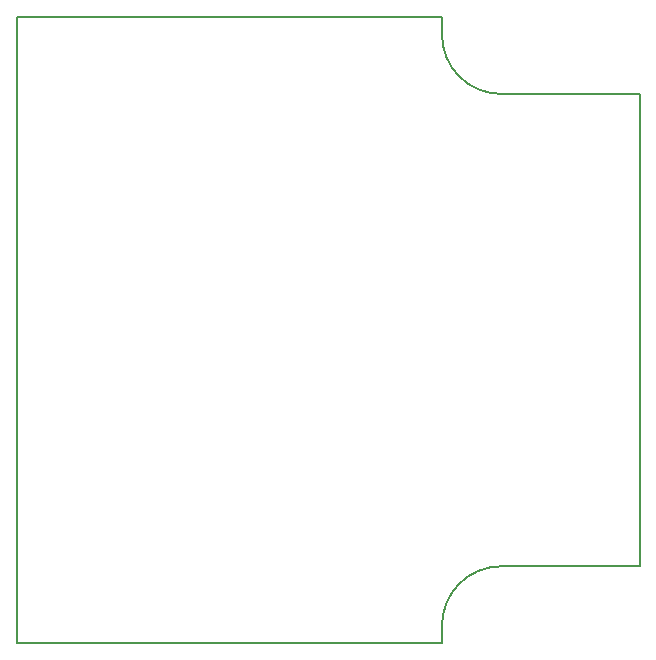
<source format=gbr>
%TF.GenerationSoftware,KiCad,Pcbnew,(2015-06-24 BZR 5814, Git a8bffb8)-product*%
%TF.CreationDate,2015-07-05T17:44:44-06:00*%
%TF.JobID,Power Monitor,506F776572204D6F6E69746F722E6B69,rev?*%
%TF.FileFunction,Profile,NP*%
%FSLAX46Y46*%
G04 Gerber Fmt 4.6, Leading zero omitted, Abs format (unit mm)*
G04 Created by KiCad (PCBNEW (2015-06-24 BZR 5814, Git a8bffb8)-product) date 7/5/2015 5:44:44 PM*
%MOMM*%
G01*
G04 APERTURE LIST*
%ADD10C,0.100000*%
%ADD11C,0.200000*%
G04 APERTURE END LIST*
D10*
D11*
X113750000Y-114000000D02*
X149750000Y-114000000D01*
X149750000Y-112500000D02*
X149750000Y-114000000D01*
X149750000Y-112500000D02*
G75*
G02X154750000Y-107500000I5000000J0D01*
G01*
X154750000Y-107500000D02*
X166500000Y-107500000D01*
X149750000Y-62500000D02*
G75*
G03X154750000Y-67500000I5000000J0D01*
G01*
X154750000Y-67500000D02*
X166500000Y-67500000D01*
X149750000Y-61000000D02*
X149750000Y-62500000D01*
X113750000Y-61000000D02*
X149750000Y-61000000D01*
X113750000Y-114000000D02*
X113750000Y-61000000D01*
X166500000Y-67500000D02*
X166500000Y-107500000D01*
M02*

</source>
